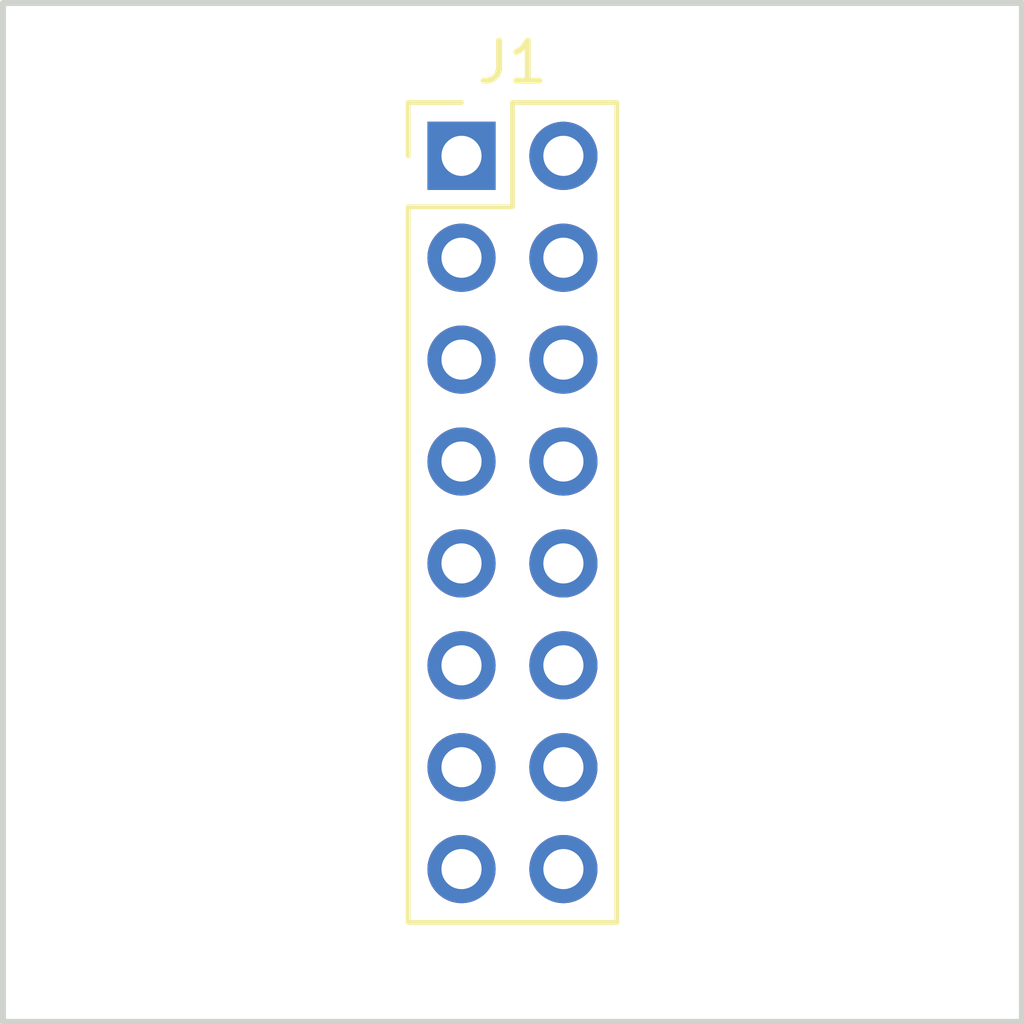
<source format=kicad_pcb>
(kicad_pcb (version 4) (host pcbnew 4.0.7)

  (general
    (links 0)
    (no_connects 0)
    (area 135.814999 100.254999 161.365001 125.805001)
    (thickness 1.6)
    (drawings 4)
    (tracks 0)
    (zones 0)
    (modules 1)
    (nets 1)
  )

  (page A4)
  (layers
    (0 F.Cu signal)
    (31 B.Cu signal)
    (32 B.Adhes user)
    (33 F.Adhes user)
    (34 B.Paste user)
    (35 F.Paste user)
    (36 B.SilkS user)
    (37 F.SilkS user)
    (38 B.Mask user)
    (39 F.Mask user)
    (40 Dwgs.User user)
    (41 Cmts.User user)
    (42 Eco1.User user)
    (43 Eco2.User user)
    (44 Edge.Cuts user)
    (45 Margin user)
    (46 B.CrtYd user)
    (47 F.CrtYd user)
    (48 B.Fab user)
    (49 F.Fab user)
  )

  (setup
    (last_trace_width 0.25)
    (trace_clearance 0.2)
    (zone_clearance 0.508)
    (zone_45_only no)
    (trace_min 0.2)
    (segment_width 0.2)
    (edge_width 0.15)
    (via_size 0.6)
    (via_drill 0.4)
    (via_min_size 0.4)
    (via_min_drill 0.3)
    (uvia_size 0.3)
    (uvia_drill 0.1)
    (uvias_allowed no)
    (uvia_min_size 0.2)
    (uvia_min_drill 0.1)
    (pcb_text_width 0.3)
    (pcb_text_size 1.5 1.5)
    (mod_edge_width 0.15)
    (mod_text_size 1 1)
    (mod_text_width 0.15)
    (pad_size 1.524 1.524)
    (pad_drill 0.762)
    (pad_to_mask_clearance 0.2)
    (aux_axis_origin 0 0)
    (visible_elements FFFFFF7F)
    (pcbplotparams
      (layerselection 0x00030_80000001)
      (usegerberextensions false)
      (excludeedgelayer true)
      (linewidth 0.100000)
      (plotframeref false)
      (viasonmask false)
      (mode 1)
      (useauxorigin false)
      (hpglpennumber 1)
      (hpglpenspeed 20)
      (hpglpendiameter 15)
      (hpglpenoverlay 2)
      (psnegative false)
      (psa4output false)
      (plotreference true)
      (plotvalue true)
      (plotinvisibletext false)
      (padsonsilk false)
      (subtractmaskfromsilk false)
      (outputformat 1)
      (mirror false)
      (drillshape 0)
      (scaleselection 1)
      (outputdirectory oshpark_flexsupport/))
  )

  (net 0 "")

  (net_class Default "This is the default net class."
    (clearance 0.2)
    (trace_width 0.25)
    (via_dia 0.6)
    (via_drill 0.4)
    (uvia_dia 0.3)
    (uvia_drill 0.1)
  )

  (module Pin_Headers:Pin_Header_Straight_2x08_Pitch2.54mm (layer F.Cu) (tedit 59650532) (tstamp 5D767576)
    (at 147.32 104.14)
    (descr "Through hole straight pin header, 2x08, 2.54mm pitch, double rows")
    (tags "Through hole pin header THT 2x08 2.54mm double row")
    (path /5D767507)
    (fp_text reference J1 (at 1.27 -2.33) (layer F.SilkS)
      (effects (font (size 1 1) (thickness 0.15)))
    )
    (fp_text value Conn_02x08_Odd_Even (at 1.27 20.11) (layer F.Fab)
      (effects (font (size 1 1) (thickness 0.15)))
    )
    (fp_line (start 0 -1.27) (end 3.81 -1.27) (layer F.Fab) (width 0.1))
    (fp_line (start 3.81 -1.27) (end 3.81 19.05) (layer F.Fab) (width 0.1))
    (fp_line (start 3.81 19.05) (end -1.27 19.05) (layer F.Fab) (width 0.1))
    (fp_line (start -1.27 19.05) (end -1.27 0) (layer F.Fab) (width 0.1))
    (fp_line (start -1.27 0) (end 0 -1.27) (layer F.Fab) (width 0.1))
    (fp_line (start -1.33 19.11) (end 3.87 19.11) (layer F.SilkS) (width 0.12))
    (fp_line (start -1.33 1.27) (end -1.33 19.11) (layer F.SilkS) (width 0.12))
    (fp_line (start 3.87 -1.33) (end 3.87 19.11) (layer F.SilkS) (width 0.12))
    (fp_line (start -1.33 1.27) (end 1.27 1.27) (layer F.SilkS) (width 0.12))
    (fp_line (start 1.27 1.27) (end 1.27 -1.33) (layer F.SilkS) (width 0.12))
    (fp_line (start 1.27 -1.33) (end 3.87 -1.33) (layer F.SilkS) (width 0.12))
    (fp_line (start -1.33 0) (end -1.33 -1.33) (layer F.SilkS) (width 0.12))
    (fp_line (start -1.33 -1.33) (end 0 -1.33) (layer F.SilkS) (width 0.12))
    (fp_line (start -1.8 -1.8) (end -1.8 19.55) (layer F.CrtYd) (width 0.05))
    (fp_line (start -1.8 19.55) (end 4.35 19.55) (layer F.CrtYd) (width 0.05))
    (fp_line (start 4.35 19.55) (end 4.35 -1.8) (layer F.CrtYd) (width 0.05))
    (fp_line (start 4.35 -1.8) (end -1.8 -1.8) (layer F.CrtYd) (width 0.05))
    (fp_text user %R (at 1.27 8.89 90) (layer F.Fab)
      (effects (font (size 1 1) (thickness 0.15)))
    )
    (pad 1 thru_hole rect (at 0 0) (size 1.7 1.7) (drill 1) (layers *.Cu *.Mask))
    (pad 2 thru_hole oval (at 2.54 0) (size 1.7 1.7) (drill 1) (layers *.Cu *.Mask))
    (pad 3 thru_hole oval (at 0 2.54) (size 1.7 1.7) (drill 1) (layers *.Cu *.Mask))
    (pad 4 thru_hole oval (at 2.54 2.54) (size 1.7 1.7) (drill 1) (layers *.Cu *.Mask))
    (pad 5 thru_hole oval (at 0 5.08) (size 1.7 1.7) (drill 1) (layers *.Cu *.Mask))
    (pad 6 thru_hole oval (at 2.54 5.08) (size 1.7 1.7) (drill 1) (layers *.Cu *.Mask))
    (pad 7 thru_hole oval (at 0 7.62) (size 1.7 1.7) (drill 1) (layers *.Cu *.Mask))
    (pad 8 thru_hole oval (at 2.54 7.62) (size 1.7 1.7) (drill 1) (layers *.Cu *.Mask))
    (pad 9 thru_hole oval (at 0 10.16) (size 1.7 1.7) (drill 1) (layers *.Cu *.Mask))
    (pad 10 thru_hole oval (at 2.54 10.16) (size 1.7 1.7) (drill 1) (layers *.Cu *.Mask))
    (pad 11 thru_hole oval (at 0 12.7) (size 1.7 1.7) (drill 1) (layers *.Cu *.Mask))
    (pad 12 thru_hole oval (at 2.54 12.7) (size 1.7 1.7) (drill 1) (layers *.Cu *.Mask))
    (pad 13 thru_hole oval (at 0 15.24) (size 1.7 1.7) (drill 1) (layers *.Cu *.Mask))
    (pad 14 thru_hole oval (at 2.54 15.24) (size 1.7 1.7) (drill 1) (layers *.Cu *.Mask))
    (pad 15 thru_hole oval (at 0 17.78) (size 1.7 1.7) (drill 1) (layers *.Cu *.Mask))
    (pad 16 thru_hole oval (at 2.54 17.78) (size 1.7 1.7) (drill 1) (layers *.Cu *.Mask))
    (model ${KISYS3DMOD}/Pin_Headers.3dshapes/Pin_Header_Straight_2x08_Pitch2.54mm.wrl
      (at (xyz 0 0 0))
      (scale (xyz 1 1 1))
      (rotate (xyz 0 0 0))
    )
  )

  (gr_line (start 161.29 100.33) (end 135.89 100.33) (angle 90) (layer Edge.Cuts) (width 0.15))
  (gr_line (start 161.29 125.73) (end 161.29 100.33) (angle 90) (layer Edge.Cuts) (width 0.15))
  (gr_line (start 135.89 125.73) (end 161.29 125.73) (angle 90) (layer Edge.Cuts) (width 0.15))
  (gr_line (start 135.89 100.33) (end 135.89 125.73) (angle 90) (layer Edge.Cuts) (width 0.15))

)

</source>
